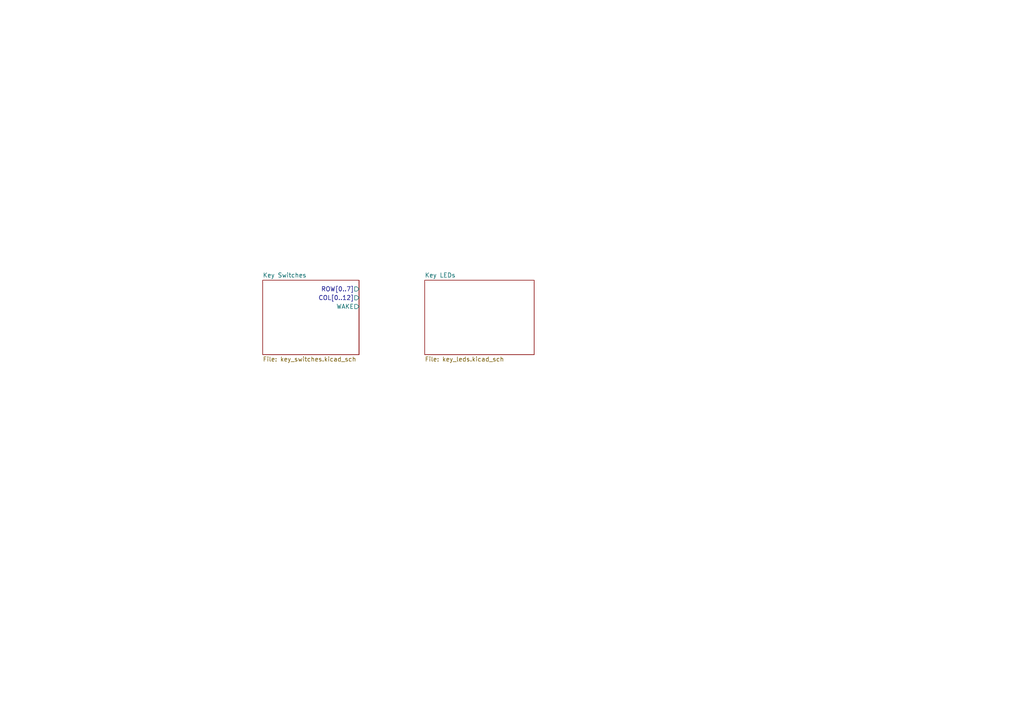
<source format=kicad_sch>
(kicad_sch (version 20230121) (generator eeschema)
  (paper "A4")
  (lib_symbols)
  (sheet (at 76.2 81.28) (size 27.94 21.59) (stroke (width 0.1524))
    (property "Sheetname" "Key Switches" (at 76.2 80.5684 0) (effects (justify left bottom)))
    (property "Sheetfile" "key_switches.kicad_sch" (at 76.2 103.4546 0) (effects (justify left top)))
    (pin "ROW[0..7]" output (at 104.14 83.82 0))
    (pin "WAKE" output (at 104.14 88.9 0))
    (pin "COL[0..12]" output (at 104.14 86.36 0))
  )
  (sheet (at 123.19 81.28) (size 31.75 21.59) (stroke (width 0.1524))
    (property "Sheetname" "Key LEDs" (at 123.19 80.5684 0) (effects (justify left bottom)))
    (property "Sheetfile" "key_leds.kicad_sch" (at 123.19 103.4546 0) (effects (justify left top)))
  )
)
</source>
